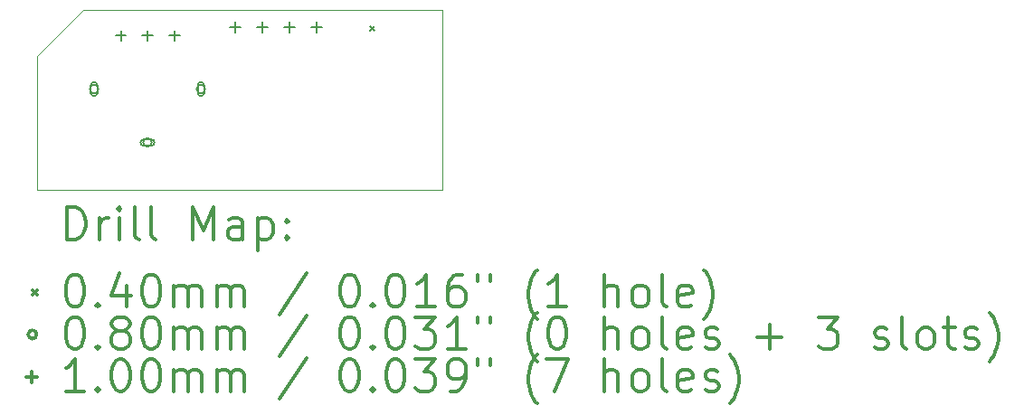
<source format=gbr>
%FSLAX45Y45*%
G04 Gerber Fmt 4.5, Leading zero omitted, Abs format (unit mm)*
G04 Created by KiCad (PCBNEW (5.1.6)-1) date 2024-02-11 14:19:01*
%MOMM*%
%LPD*%
G01*
G04 APERTURE LIST*
%TA.AperFunction,Profile*%
%ADD10C,0.050000*%
%TD*%
%ADD11C,0.200000*%
%ADD12C,0.300000*%
G04 APERTURE END LIST*
D10*
X12700000Y-10179050D02*
X13131800Y-9747250D01*
X12700000Y-11430000D02*
X12700000Y-10179050D01*
X16497300Y-9747250D02*
X13131800Y-9747250D01*
X16497300Y-11430000D02*
X16497300Y-9747250D01*
X12700000Y-11430000D02*
X16497300Y-11430000D01*
D11*
X15816900Y-9905050D02*
X15856900Y-9945050D01*
X15856900Y-9905050D02*
X15816900Y-9945050D01*
X13275050Y-10490200D02*
G75*
G03*
X13275050Y-10490200I-40000J0D01*
G01*
X13265050Y-10525200D02*
X13265050Y-10455200D01*
X13205050Y-10525200D02*
X13205050Y-10455200D01*
X13265050Y-10455200D02*
G75*
G03*
X13205050Y-10455200I-30000J0D01*
G01*
X13205050Y-10525200D02*
G75*
G03*
X13265050Y-10525200I30000J0D01*
G01*
X13775050Y-10990200D02*
G75*
G03*
X13775050Y-10990200I-40000J0D01*
G01*
X13700050Y-11020200D02*
X13770050Y-11020200D01*
X13700050Y-10960200D02*
X13770050Y-10960200D01*
X13770050Y-11020200D02*
G75*
G03*
X13770050Y-10960200I0J30000D01*
G01*
X13700050Y-10960200D02*
G75*
G03*
X13700050Y-11020200I0J-30000D01*
G01*
X14275050Y-10490200D02*
G75*
G03*
X14275050Y-10490200I-40000J0D01*
G01*
X14265050Y-10525200D02*
X14265050Y-10455200D01*
X14205050Y-10525200D02*
X14205050Y-10455200D01*
X14265050Y-10455200D02*
G75*
G03*
X14205050Y-10455200I-30000J0D01*
G01*
X14205050Y-10525200D02*
G75*
G03*
X14265050Y-10525200I30000J0D01*
G01*
X14554200Y-9862350D02*
X14554200Y-9962350D01*
X14504200Y-9912350D02*
X14604200Y-9912350D01*
X14808200Y-9862350D02*
X14808200Y-9962350D01*
X14758200Y-9912350D02*
X14858200Y-9912350D01*
X15062200Y-9862350D02*
X15062200Y-9962350D01*
X15012200Y-9912350D02*
X15112200Y-9912350D01*
X15316200Y-9862350D02*
X15316200Y-9962350D01*
X15266200Y-9912350D02*
X15366200Y-9912350D01*
X13485050Y-9940200D02*
X13485050Y-10040200D01*
X13435050Y-9990200D02*
X13535050Y-9990200D01*
X13735050Y-9940200D02*
X13735050Y-10040200D01*
X13685050Y-9990200D02*
X13785050Y-9990200D01*
X13985050Y-9940200D02*
X13985050Y-10040200D01*
X13935050Y-9990200D02*
X14035050Y-9990200D01*
D12*
X12983928Y-11898214D02*
X12983928Y-11598214D01*
X13055357Y-11598214D01*
X13098214Y-11612500D01*
X13126786Y-11641071D01*
X13141071Y-11669643D01*
X13155357Y-11726786D01*
X13155357Y-11769643D01*
X13141071Y-11826786D01*
X13126786Y-11855357D01*
X13098214Y-11883929D01*
X13055357Y-11898214D01*
X12983928Y-11898214D01*
X13283928Y-11898214D02*
X13283928Y-11698214D01*
X13283928Y-11755357D02*
X13298214Y-11726786D01*
X13312500Y-11712500D01*
X13341071Y-11698214D01*
X13369643Y-11698214D01*
X13469643Y-11898214D02*
X13469643Y-11698214D01*
X13469643Y-11598214D02*
X13455357Y-11612500D01*
X13469643Y-11626786D01*
X13483928Y-11612500D01*
X13469643Y-11598214D01*
X13469643Y-11626786D01*
X13655357Y-11898214D02*
X13626786Y-11883929D01*
X13612500Y-11855357D01*
X13612500Y-11598214D01*
X13812500Y-11898214D02*
X13783928Y-11883929D01*
X13769643Y-11855357D01*
X13769643Y-11598214D01*
X14155357Y-11898214D02*
X14155357Y-11598214D01*
X14255357Y-11812500D01*
X14355357Y-11598214D01*
X14355357Y-11898214D01*
X14626786Y-11898214D02*
X14626786Y-11741071D01*
X14612500Y-11712500D01*
X14583928Y-11698214D01*
X14526786Y-11698214D01*
X14498214Y-11712500D01*
X14626786Y-11883929D02*
X14598214Y-11898214D01*
X14526786Y-11898214D01*
X14498214Y-11883929D01*
X14483928Y-11855357D01*
X14483928Y-11826786D01*
X14498214Y-11798214D01*
X14526786Y-11783929D01*
X14598214Y-11783929D01*
X14626786Y-11769643D01*
X14769643Y-11698214D02*
X14769643Y-11998214D01*
X14769643Y-11712500D02*
X14798214Y-11698214D01*
X14855357Y-11698214D01*
X14883928Y-11712500D01*
X14898214Y-11726786D01*
X14912500Y-11755357D01*
X14912500Y-11841071D01*
X14898214Y-11869643D01*
X14883928Y-11883929D01*
X14855357Y-11898214D01*
X14798214Y-11898214D01*
X14769643Y-11883929D01*
X15041071Y-11869643D02*
X15055357Y-11883929D01*
X15041071Y-11898214D01*
X15026786Y-11883929D01*
X15041071Y-11869643D01*
X15041071Y-11898214D01*
X15041071Y-11712500D02*
X15055357Y-11726786D01*
X15041071Y-11741071D01*
X15026786Y-11726786D01*
X15041071Y-11712500D01*
X15041071Y-11741071D01*
X12657500Y-12372500D02*
X12697500Y-12412500D01*
X12697500Y-12372500D02*
X12657500Y-12412500D01*
X13041071Y-12228214D02*
X13069643Y-12228214D01*
X13098214Y-12242500D01*
X13112500Y-12256786D01*
X13126786Y-12285357D01*
X13141071Y-12342500D01*
X13141071Y-12413929D01*
X13126786Y-12471071D01*
X13112500Y-12499643D01*
X13098214Y-12513929D01*
X13069643Y-12528214D01*
X13041071Y-12528214D01*
X13012500Y-12513929D01*
X12998214Y-12499643D01*
X12983928Y-12471071D01*
X12969643Y-12413929D01*
X12969643Y-12342500D01*
X12983928Y-12285357D01*
X12998214Y-12256786D01*
X13012500Y-12242500D01*
X13041071Y-12228214D01*
X13269643Y-12499643D02*
X13283928Y-12513929D01*
X13269643Y-12528214D01*
X13255357Y-12513929D01*
X13269643Y-12499643D01*
X13269643Y-12528214D01*
X13541071Y-12328214D02*
X13541071Y-12528214D01*
X13469643Y-12213929D02*
X13398214Y-12428214D01*
X13583928Y-12428214D01*
X13755357Y-12228214D02*
X13783928Y-12228214D01*
X13812500Y-12242500D01*
X13826786Y-12256786D01*
X13841071Y-12285357D01*
X13855357Y-12342500D01*
X13855357Y-12413929D01*
X13841071Y-12471071D01*
X13826786Y-12499643D01*
X13812500Y-12513929D01*
X13783928Y-12528214D01*
X13755357Y-12528214D01*
X13726786Y-12513929D01*
X13712500Y-12499643D01*
X13698214Y-12471071D01*
X13683928Y-12413929D01*
X13683928Y-12342500D01*
X13698214Y-12285357D01*
X13712500Y-12256786D01*
X13726786Y-12242500D01*
X13755357Y-12228214D01*
X13983928Y-12528214D02*
X13983928Y-12328214D01*
X13983928Y-12356786D02*
X13998214Y-12342500D01*
X14026786Y-12328214D01*
X14069643Y-12328214D01*
X14098214Y-12342500D01*
X14112500Y-12371071D01*
X14112500Y-12528214D01*
X14112500Y-12371071D02*
X14126786Y-12342500D01*
X14155357Y-12328214D01*
X14198214Y-12328214D01*
X14226786Y-12342500D01*
X14241071Y-12371071D01*
X14241071Y-12528214D01*
X14383928Y-12528214D02*
X14383928Y-12328214D01*
X14383928Y-12356786D02*
X14398214Y-12342500D01*
X14426786Y-12328214D01*
X14469643Y-12328214D01*
X14498214Y-12342500D01*
X14512500Y-12371071D01*
X14512500Y-12528214D01*
X14512500Y-12371071D02*
X14526786Y-12342500D01*
X14555357Y-12328214D01*
X14598214Y-12328214D01*
X14626786Y-12342500D01*
X14641071Y-12371071D01*
X14641071Y-12528214D01*
X15226786Y-12213929D02*
X14969643Y-12599643D01*
X15612500Y-12228214D02*
X15641071Y-12228214D01*
X15669643Y-12242500D01*
X15683928Y-12256786D01*
X15698214Y-12285357D01*
X15712500Y-12342500D01*
X15712500Y-12413929D01*
X15698214Y-12471071D01*
X15683928Y-12499643D01*
X15669643Y-12513929D01*
X15641071Y-12528214D01*
X15612500Y-12528214D01*
X15583928Y-12513929D01*
X15569643Y-12499643D01*
X15555357Y-12471071D01*
X15541071Y-12413929D01*
X15541071Y-12342500D01*
X15555357Y-12285357D01*
X15569643Y-12256786D01*
X15583928Y-12242500D01*
X15612500Y-12228214D01*
X15841071Y-12499643D02*
X15855357Y-12513929D01*
X15841071Y-12528214D01*
X15826786Y-12513929D01*
X15841071Y-12499643D01*
X15841071Y-12528214D01*
X16041071Y-12228214D02*
X16069643Y-12228214D01*
X16098214Y-12242500D01*
X16112500Y-12256786D01*
X16126786Y-12285357D01*
X16141071Y-12342500D01*
X16141071Y-12413929D01*
X16126786Y-12471071D01*
X16112500Y-12499643D01*
X16098214Y-12513929D01*
X16069643Y-12528214D01*
X16041071Y-12528214D01*
X16012500Y-12513929D01*
X15998214Y-12499643D01*
X15983928Y-12471071D01*
X15969643Y-12413929D01*
X15969643Y-12342500D01*
X15983928Y-12285357D01*
X15998214Y-12256786D01*
X16012500Y-12242500D01*
X16041071Y-12228214D01*
X16426786Y-12528214D02*
X16255357Y-12528214D01*
X16341071Y-12528214D02*
X16341071Y-12228214D01*
X16312500Y-12271071D01*
X16283928Y-12299643D01*
X16255357Y-12313929D01*
X16683928Y-12228214D02*
X16626786Y-12228214D01*
X16598214Y-12242500D01*
X16583928Y-12256786D01*
X16555357Y-12299643D01*
X16541071Y-12356786D01*
X16541071Y-12471071D01*
X16555357Y-12499643D01*
X16569643Y-12513929D01*
X16598214Y-12528214D01*
X16655357Y-12528214D01*
X16683928Y-12513929D01*
X16698214Y-12499643D01*
X16712500Y-12471071D01*
X16712500Y-12399643D01*
X16698214Y-12371071D01*
X16683928Y-12356786D01*
X16655357Y-12342500D01*
X16598214Y-12342500D01*
X16569643Y-12356786D01*
X16555357Y-12371071D01*
X16541071Y-12399643D01*
X16826786Y-12228214D02*
X16826786Y-12285357D01*
X16941071Y-12228214D02*
X16941071Y-12285357D01*
X17383928Y-12642500D02*
X17369643Y-12628214D01*
X17341071Y-12585357D01*
X17326786Y-12556786D01*
X17312500Y-12513929D01*
X17298214Y-12442500D01*
X17298214Y-12385357D01*
X17312500Y-12313929D01*
X17326786Y-12271071D01*
X17341071Y-12242500D01*
X17369643Y-12199643D01*
X17383928Y-12185357D01*
X17655357Y-12528214D02*
X17483928Y-12528214D01*
X17569643Y-12528214D02*
X17569643Y-12228214D01*
X17541071Y-12271071D01*
X17512500Y-12299643D01*
X17483928Y-12313929D01*
X18012500Y-12528214D02*
X18012500Y-12228214D01*
X18141071Y-12528214D02*
X18141071Y-12371071D01*
X18126786Y-12342500D01*
X18098214Y-12328214D01*
X18055357Y-12328214D01*
X18026786Y-12342500D01*
X18012500Y-12356786D01*
X18326786Y-12528214D02*
X18298214Y-12513929D01*
X18283928Y-12499643D01*
X18269643Y-12471071D01*
X18269643Y-12385357D01*
X18283928Y-12356786D01*
X18298214Y-12342500D01*
X18326786Y-12328214D01*
X18369643Y-12328214D01*
X18398214Y-12342500D01*
X18412500Y-12356786D01*
X18426786Y-12385357D01*
X18426786Y-12471071D01*
X18412500Y-12499643D01*
X18398214Y-12513929D01*
X18369643Y-12528214D01*
X18326786Y-12528214D01*
X18598214Y-12528214D02*
X18569643Y-12513929D01*
X18555357Y-12485357D01*
X18555357Y-12228214D01*
X18826786Y-12513929D02*
X18798214Y-12528214D01*
X18741071Y-12528214D01*
X18712500Y-12513929D01*
X18698214Y-12485357D01*
X18698214Y-12371071D01*
X18712500Y-12342500D01*
X18741071Y-12328214D01*
X18798214Y-12328214D01*
X18826786Y-12342500D01*
X18841071Y-12371071D01*
X18841071Y-12399643D01*
X18698214Y-12428214D01*
X18941071Y-12642500D02*
X18955357Y-12628214D01*
X18983928Y-12585357D01*
X18998214Y-12556786D01*
X19012500Y-12513929D01*
X19026786Y-12442500D01*
X19026786Y-12385357D01*
X19012500Y-12313929D01*
X18998214Y-12271071D01*
X18983928Y-12242500D01*
X18955357Y-12199643D01*
X18941071Y-12185357D01*
X12697500Y-12788500D02*
G75*
G03*
X12697500Y-12788500I-40000J0D01*
G01*
X13041071Y-12624214D02*
X13069643Y-12624214D01*
X13098214Y-12638500D01*
X13112500Y-12652786D01*
X13126786Y-12681357D01*
X13141071Y-12738500D01*
X13141071Y-12809929D01*
X13126786Y-12867071D01*
X13112500Y-12895643D01*
X13098214Y-12909929D01*
X13069643Y-12924214D01*
X13041071Y-12924214D01*
X13012500Y-12909929D01*
X12998214Y-12895643D01*
X12983928Y-12867071D01*
X12969643Y-12809929D01*
X12969643Y-12738500D01*
X12983928Y-12681357D01*
X12998214Y-12652786D01*
X13012500Y-12638500D01*
X13041071Y-12624214D01*
X13269643Y-12895643D02*
X13283928Y-12909929D01*
X13269643Y-12924214D01*
X13255357Y-12909929D01*
X13269643Y-12895643D01*
X13269643Y-12924214D01*
X13455357Y-12752786D02*
X13426786Y-12738500D01*
X13412500Y-12724214D01*
X13398214Y-12695643D01*
X13398214Y-12681357D01*
X13412500Y-12652786D01*
X13426786Y-12638500D01*
X13455357Y-12624214D01*
X13512500Y-12624214D01*
X13541071Y-12638500D01*
X13555357Y-12652786D01*
X13569643Y-12681357D01*
X13569643Y-12695643D01*
X13555357Y-12724214D01*
X13541071Y-12738500D01*
X13512500Y-12752786D01*
X13455357Y-12752786D01*
X13426786Y-12767071D01*
X13412500Y-12781357D01*
X13398214Y-12809929D01*
X13398214Y-12867071D01*
X13412500Y-12895643D01*
X13426786Y-12909929D01*
X13455357Y-12924214D01*
X13512500Y-12924214D01*
X13541071Y-12909929D01*
X13555357Y-12895643D01*
X13569643Y-12867071D01*
X13569643Y-12809929D01*
X13555357Y-12781357D01*
X13541071Y-12767071D01*
X13512500Y-12752786D01*
X13755357Y-12624214D02*
X13783928Y-12624214D01*
X13812500Y-12638500D01*
X13826786Y-12652786D01*
X13841071Y-12681357D01*
X13855357Y-12738500D01*
X13855357Y-12809929D01*
X13841071Y-12867071D01*
X13826786Y-12895643D01*
X13812500Y-12909929D01*
X13783928Y-12924214D01*
X13755357Y-12924214D01*
X13726786Y-12909929D01*
X13712500Y-12895643D01*
X13698214Y-12867071D01*
X13683928Y-12809929D01*
X13683928Y-12738500D01*
X13698214Y-12681357D01*
X13712500Y-12652786D01*
X13726786Y-12638500D01*
X13755357Y-12624214D01*
X13983928Y-12924214D02*
X13983928Y-12724214D01*
X13983928Y-12752786D02*
X13998214Y-12738500D01*
X14026786Y-12724214D01*
X14069643Y-12724214D01*
X14098214Y-12738500D01*
X14112500Y-12767071D01*
X14112500Y-12924214D01*
X14112500Y-12767071D02*
X14126786Y-12738500D01*
X14155357Y-12724214D01*
X14198214Y-12724214D01*
X14226786Y-12738500D01*
X14241071Y-12767071D01*
X14241071Y-12924214D01*
X14383928Y-12924214D02*
X14383928Y-12724214D01*
X14383928Y-12752786D02*
X14398214Y-12738500D01*
X14426786Y-12724214D01*
X14469643Y-12724214D01*
X14498214Y-12738500D01*
X14512500Y-12767071D01*
X14512500Y-12924214D01*
X14512500Y-12767071D02*
X14526786Y-12738500D01*
X14555357Y-12724214D01*
X14598214Y-12724214D01*
X14626786Y-12738500D01*
X14641071Y-12767071D01*
X14641071Y-12924214D01*
X15226786Y-12609929D02*
X14969643Y-12995643D01*
X15612500Y-12624214D02*
X15641071Y-12624214D01*
X15669643Y-12638500D01*
X15683928Y-12652786D01*
X15698214Y-12681357D01*
X15712500Y-12738500D01*
X15712500Y-12809929D01*
X15698214Y-12867071D01*
X15683928Y-12895643D01*
X15669643Y-12909929D01*
X15641071Y-12924214D01*
X15612500Y-12924214D01*
X15583928Y-12909929D01*
X15569643Y-12895643D01*
X15555357Y-12867071D01*
X15541071Y-12809929D01*
X15541071Y-12738500D01*
X15555357Y-12681357D01*
X15569643Y-12652786D01*
X15583928Y-12638500D01*
X15612500Y-12624214D01*
X15841071Y-12895643D02*
X15855357Y-12909929D01*
X15841071Y-12924214D01*
X15826786Y-12909929D01*
X15841071Y-12895643D01*
X15841071Y-12924214D01*
X16041071Y-12624214D02*
X16069643Y-12624214D01*
X16098214Y-12638500D01*
X16112500Y-12652786D01*
X16126786Y-12681357D01*
X16141071Y-12738500D01*
X16141071Y-12809929D01*
X16126786Y-12867071D01*
X16112500Y-12895643D01*
X16098214Y-12909929D01*
X16069643Y-12924214D01*
X16041071Y-12924214D01*
X16012500Y-12909929D01*
X15998214Y-12895643D01*
X15983928Y-12867071D01*
X15969643Y-12809929D01*
X15969643Y-12738500D01*
X15983928Y-12681357D01*
X15998214Y-12652786D01*
X16012500Y-12638500D01*
X16041071Y-12624214D01*
X16241071Y-12624214D02*
X16426786Y-12624214D01*
X16326786Y-12738500D01*
X16369643Y-12738500D01*
X16398214Y-12752786D01*
X16412500Y-12767071D01*
X16426786Y-12795643D01*
X16426786Y-12867071D01*
X16412500Y-12895643D01*
X16398214Y-12909929D01*
X16369643Y-12924214D01*
X16283928Y-12924214D01*
X16255357Y-12909929D01*
X16241071Y-12895643D01*
X16712500Y-12924214D02*
X16541071Y-12924214D01*
X16626786Y-12924214D02*
X16626786Y-12624214D01*
X16598214Y-12667071D01*
X16569643Y-12695643D01*
X16541071Y-12709929D01*
X16826786Y-12624214D02*
X16826786Y-12681357D01*
X16941071Y-12624214D02*
X16941071Y-12681357D01*
X17383928Y-13038500D02*
X17369643Y-13024214D01*
X17341071Y-12981357D01*
X17326786Y-12952786D01*
X17312500Y-12909929D01*
X17298214Y-12838500D01*
X17298214Y-12781357D01*
X17312500Y-12709929D01*
X17326786Y-12667071D01*
X17341071Y-12638500D01*
X17369643Y-12595643D01*
X17383928Y-12581357D01*
X17555357Y-12624214D02*
X17583928Y-12624214D01*
X17612500Y-12638500D01*
X17626786Y-12652786D01*
X17641071Y-12681357D01*
X17655357Y-12738500D01*
X17655357Y-12809929D01*
X17641071Y-12867071D01*
X17626786Y-12895643D01*
X17612500Y-12909929D01*
X17583928Y-12924214D01*
X17555357Y-12924214D01*
X17526786Y-12909929D01*
X17512500Y-12895643D01*
X17498214Y-12867071D01*
X17483928Y-12809929D01*
X17483928Y-12738500D01*
X17498214Y-12681357D01*
X17512500Y-12652786D01*
X17526786Y-12638500D01*
X17555357Y-12624214D01*
X18012500Y-12924214D02*
X18012500Y-12624214D01*
X18141071Y-12924214D02*
X18141071Y-12767071D01*
X18126786Y-12738500D01*
X18098214Y-12724214D01*
X18055357Y-12724214D01*
X18026786Y-12738500D01*
X18012500Y-12752786D01*
X18326786Y-12924214D02*
X18298214Y-12909929D01*
X18283928Y-12895643D01*
X18269643Y-12867071D01*
X18269643Y-12781357D01*
X18283928Y-12752786D01*
X18298214Y-12738500D01*
X18326786Y-12724214D01*
X18369643Y-12724214D01*
X18398214Y-12738500D01*
X18412500Y-12752786D01*
X18426786Y-12781357D01*
X18426786Y-12867071D01*
X18412500Y-12895643D01*
X18398214Y-12909929D01*
X18369643Y-12924214D01*
X18326786Y-12924214D01*
X18598214Y-12924214D02*
X18569643Y-12909929D01*
X18555357Y-12881357D01*
X18555357Y-12624214D01*
X18826786Y-12909929D02*
X18798214Y-12924214D01*
X18741071Y-12924214D01*
X18712500Y-12909929D01*
X18698214Y-12881357D01*
X18698214Y-12767071D01*
X18712500Y-12738500D01*
X18741071Y-12724214D01*
X18798214Y-12724214D01*
X18826786Y-12738500D01*
X18841071Y-12767071D01*
X18841071Y-12795643D01*
X18698214Y-12824214D01*
X18955357Y-12909929D02*
X18983928Y-12924214D01*
X19041071Y-12924214D01*
X19069643Y-12909929D01*
X19083928Y-12881357D01*
X19083928Y-12867071D01*
X19069643Y-12838500D01*
X19041071Y-12824214D01*
X18998214Y-12824214D01*
X18969643Y-12809929D01*
X18955357Y-12781357D01*
X18955357Y-12767071D01*
X18969643Y-12738500D01*
X18998214Y-12724214D01*
X19041071Y-12724214D01*
X19069643Y-12738500D01*
X19441071Y-12809929D02*
X19669643Y-12809929D01*
X19555357Y-12924214D02*
X19555357Y-12695643D01*
X20012500Y-12624214D02*
X20198214Y-12624214D01*
X20098214Y-12738500D01*
X20141071Y-12738500D01*
X20169643Y-12752786D01*
X20183928Y-12767071D01*
X20198214Y-12795643D01*
X20198214Y-12867071D01*
X20183928Y-12895643D01*
X20169643Y-12909929D01*
X20141071Y-12924214D01*
X20055357Y-12924214D01*
X20026786Y-12909929D01*
X20012500Y-12895643D01*
X20541071Y-12909929D02*
X20569643Y-12924214D01*
X20626786Y-12924214D01*
X20655357Y-12909929D01*
X20669643Y-12881357D01*
X20669643Y-12867071D01*
X20655357Y-12838500D01*
X20626786Y-12824214D01*
X20583928Y-12824214D01*
X20555357Y-12809929D01*
X20541071Y-12781357D01*
X20541071Y-12767071D01*
X20555357Y-12738500D01*
X20583928Y-12724214D01*
X20626786Y-12724214D01*
X20655357Y-12738500D01*
X20841071Y-12924214D02*
X20812500Y-12909929D01*
X20798214Y-12881357D01*
X20798214Y-12624214D01*
X20998214Y-12924214D02*
X20969643Y-12909929D01*
X20955357Y-12895643D01*
X20941071Y-12867071D01*
X20941071Y-12781357D01*
X20955357Y-12752786D01*
X20969643Y-12738500D01*
X20998214Y-12724214D01*
X21041071Y-12724214D01*
X21069643Y-12738500D01*
X21083928Y-12752786D01*
X21098214Y-12781357D01*
X21098214Y-12867071D01*
X21083928Y-12895643D01*
X21069643Y-12909929D01*
X21041071Y-12924214D01*
X20998214Y-12924214D01*
X21183928Y-12724214D02*
X21298214Y-12724214D01*
X21226786Y-12624214D02*
X21226786Y-12881357D01*
X21241071Y-12909929D01*
X21269643Y-12924214D01*
X21298214Y-12924214D01*
X21383928Y-12909929D02*
X21412500Y-12924214D01*
X21469643Y-12924214D01*
X21498214Y-12909929D01*
X21512500Y-12881357D01*
X21512500Y-12867071D01*
X21498214Y-12838500D01*
X21469643Y-12824214D01*
X21426786Y-12824214D01*
X21398214Y-12809929D01*
X21383928Y-12781357D01*
X21383928Y-12767071D01*
X21398214Y-12738500D01*
X21426786Y-12724214D01*
X21469643Y-12724214D01*
X21498214Y-12738500D01*
X21612500Y-13038500D02*
X21626786Y-13024214D01*
X21655357Y-12981357D01*
X21669643Y-12952786D01*
X21683928Y-12909929D01*
X21698214Y-12838500D01*
X21698214Y-12781357D01*
X21683928Y-12709929D01*
X21669643Y-12667071D01*
X21655357Y-12638500D01*
X21626786Y-12595643D01*
X21612500Y-12581357D01*
X12647500Y-13134500D02*
X12647500Y-13234500D01*
X12597500Y-13184500D02*
X12697500Y-13184500D01*
X13141071Y-13320214D02*
X12969643Y-13320214D01*
X13055357Y-13320214D02*
X13055357Y-13020214D01*
X13026786Y-13063071D01*
X12998214Y-13091643D01*
X12969643Y-13105929D01*
X13269643Y-13291643D02*
X13283928Y-13305929D01*
X13269643Y-13320214D01*
X13255357Y-13305929D01*
X13269643Y-13291643D01*
X13269643Y-13320214D01*
X13469643Y-13020214D02*
X13498214Y-13020214D01*
X13526786Y-13034500D01*
X13541071Y-13048786D01*
X13555357Y-13077357D01*
X13569643Y-13134500D01*
X13569643Y-13205929D01*
X13555357Y-13263071D01*
X13541071Y-13291643D01*
X13526786Y-13305929D01*
X13498214Y-13320214D01*
X13469643Y-13320214D01*
X13441071Y-13305929D01*
X13426786Y-13291643D01*
X13412500Y-13263071D01*
X13398214Y-13205929D01*
X13398214Y-13134500D01*
X13412500Y-13077357D01*
X13426786Y-13048786D01*
X13441071Y-13034500D01*
X13469643Y-13020214D01*
X13755357Y-13020214D02*
X13783928Y-13020214D01*
X13812500Y-13034500D01*
X13826786Y-13048786D01*
X13841071Y-13077357D01*
X13855357Y-13134500D01*
X13855357Y-13205929D01*
X13841071Y-13263071D01*
X13826786Y-13291643D01*
X13812500Y-13305929D01*
X13783928Y-13320214D01*
X13755357Y-13320214D01*
X13726786Y-13305929D01*
X13712500Y-13291643D01*
X13698214Y-13263071D01*
X13683928Y-13205929D01*
X13683928Y-13134500D01*
X13698214Y-13077357D01*
X13712500Y-13048786D01*
X13726786Y-13034500D01*
X13755357Y-13020214D01*
X13983928Y-13320214D02*
X13983928Y-13120214D01*
X13983928Y-13148786D02*
X13998214Y-13134500D01*
X14026786Y-13120214D01*
X14069643Y-13120214D01*
X14098214Y-13134500D01*
X14112500Y-13163071D01*
X14112500Y-13320214D01*
X14112500Y-13163071D02*
X14126786Y-13134500D01*
X14155357Y-13120214D01*
X14198214Y-13120214D01*
X14226786Y-13134500D01*
X14241071Y-13163071D01*
X14241071Y-13320214D01*
X14383928Y-13320214D02*
X14383928Y-13120214D01*
X14383928Y-13148786D02*
X14398214Y-13134500D01*
X14426786Y-13120214D01*
X14469643Y-13120214D01*
X14498214Y-13134500D01*
X14512500Y-13163071D01*
X14512500Y-13320214D01*
X14512500Y-13163071D02*
X14526786Y-13134500D01*
X14555357Y-13120214D01*
X14598214Y-13120214D01*
X14626786Y-13134500D01*
X14641071Y-13163071D01*
X14641071Y-13320214D01*
X15226786Y-13005929D02*
X14969643Y-13391643D01*
X15612500Y-13020214D02*
X15641071Y-13020214D01*
X15669643Y-13034500D01*
X15683928Y-13048786D01*
X15698214Y-13077357D01*
X15712500Y-13134500D01*
X15712500Y-13205929D01*
X15698214Y-13263071D01*
X15683928Y-13291643D01*
X15669643Y-13305929D01*
X15641071Y-13320214D01*
X15612500Y-13320214D01*
X15583928Y-13305929D01*
X15569643Y-13291643D01*
X15555357Y-13263071D01*
X15541071Y-13205929D01*
X15541071Y-13134500D01*
X15555357Y-13077357D01*
X15569643Y-13048786D01*
X15583928Y-13034500D01*
X15612500Y-13020214D01*
X15841071Y-13291643D02*
X15855357Y-13305929D01*
X15841071Y-13320214D01*
X15826786Y-13305929D01*
X15841071Y-13291643D01*
X15841071Y-13320214D01*
X16041071Y-13020214D02*
X16069643Y-13020214D01*
X16098214Y-13034500D01*
X16112500Y-13048786D01*
X16126786Y-13077357D01*
X16141071Y-13134500D01*
X16141071Y-13205929D01*
X16126786Y-13263071D01*
X16112500Y-13291643D01*
X16098214Y-13305929D01*
X16069643Y-13320214D01*
X16041071Y-13320214D01*
X16012500Y-13305929D01*
X15998214Y-13291643D01*
X15983928Y-13263071D01*
X15969643Y-13205929D01*
X15969643Y-13134500D01*
X15983928Y-13077357D01*
X15998214Y-13048786D01*
X16012500Y-13034500D01*
X16041071Y-13020214D01*
X16241071Y-13020214D02*
X16426786Y-13020214D01*
X16326786Y-13134500D01*
X16369643Y-13134500D01*
X16398214Y-13148786D01*
X16412500Y-13163071D01*
X16426786Y-13191643D01*
X16426786Y-13263071D01*
X16412500Y-13291643D01*
X16398214Y-13305929D01*
X16369643Y-13320214D01*
X16283928Y-13320214D01*
X16255357Y-13305929D01*
X16241071Y-13291643D01*
X16569643Y-13320214D02*
X16626786Y-13320214D01*
X16655357Y-13305929D01*
X16669643Y-13291643D01*
X16698214Y-13248786D01*
X16712500Y-13191643D01*
X16712500Y-13077357D01*
X16698214Y-13048786D01*
X16683928Y-13034500D01*
X16655357Y-13020214D01*
X16598214Y-13020214D01*
X16569643Y-13034500D01*
X16555357Y-13048786D01*
X16541071Y-13077357D01*
X16541071Y-13148786D01*
X16555357Y-13177357D01*
X16569643Y-13191643D01*
X16598214Y-13205929D01*
X16655357Y-13205929D01*
X16683928Y-13191643D01*
X16698214Y-13177357D01*
X16712500Y-13148786D01*
X16826786Y-13020214D02*
X16826786Y-13077357D01*
X16941071Y-13020214D02*
X16941071Y-13077357D01*
X17383928Y-13434500D02*
X17369643Y-13420214D01*
X17341071Y-13377357D01*
X17326786Y-13348786D01*
X17312500Y-13305929D01*
X17298214Y-13234500D01*
X17298214Y-13177357D01*
X17312500Y-13105929D01*
X17326786Y-13063071D01*
X17341071Y-13034500D01*
X17369643Y-12991643D01*
X17383928Y-12977357D01*
X17469643Y-13020214D02*
X17669643Y-13020214D01*
X17541071Y-13320214D01*
X18012500Y-13320214D02*
X18012500Y-13020214D01*
X18141071Y-13320214D02*
X18141071Y-13163071D01*
X18126786Y-13134500D01*
X18098214Y-13120214D01*
X18055357Y-13120214D01*
X18026786Y-13134500D01*
X18012500Y-13148786D01*
X18326786Y-13320214D02*
X18298214Y-13305929D01*
X18283928Y-13291643D01*
X18269643Y-13263071D01*
X18269643Y-13177357D01*
X18283928Y-13148786D01*
X18298214Y-13134500D01*
X18326786Y-13120214D01*
X18369643Y-13120214D01*
X18398214Y-13134500D01*
X18412500Y-13148786D01*
X18426786Y-13177357D01*
X18426786Y-13263071D01*
X18412500Y-13291643D01*
X18398214Y-13305929D01*
X18369643Y-13320214D01*
X18326786Y-13320214D01*
X18598214Y-13320214D02*
X18569643Y-13305929D01*
X18555357Y-13277357D01*
X18555357Y-13020214D01*
X18826786Y-13305929D02*
X18798214Y-13320214D01*
X18741071Y-13320214D01*
X18712500Y-13305929D01*
X18698214Y-13277357D01*
X18698214Y-13163071D01*
X18712500Y-13134500D01*
X18741071Y-13120214D01*
X18798214Y-13120214D01*
X18826786Y-13134500D01*
X18841071Y-13163071D01*
X18841071Y-13191643D01*
X18698214Y-13220214D01*
X18955357Y-13305929D02*
X18983928Y-13320214D01*
X19041071Y-13320214D01*
X19069643Y-13305929D01*
X19083928Y-13277357D01*
X19083928Y-13263071D01*
X19069643Y-13234500D01*
X19041071Y-13220214D01*
X18998214Y-13220214D01*
X18969643Y-13205929D01*
X18955357Y-13177357D01*
X18955357Y-13163071D01*
X18969643Y-13134500D01*
X18998214Y-13120214D01*
X19041071Y-13120214D01*
X19069643Y-13134500D01*
X19183928Y-13434500D02*
X19198214Y-13420214D01*
X19226786Y-13377357D01*
X19241071Y-13348786D01*
X19255357Y-13305929D01*
X19269643Y-13234500D01*
X19269643Y-13177357D01*
X19255357Y-13105929D01*
X19241071Y-13063071D01*
X19226786Y-13034500D01*
X19198214Y-12991643D01*
X19183928Y-12977357D01*
M02*

</source>
